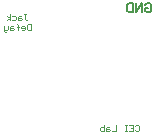
<source format=gbo>
G04*
G04 #@! TF.GenerationSoftware,Altium Limited,Altium Designer,20.1.14 (287)*
G04*
G04 Layer_Color=32896*
%FSLAX24Y24*%
%MOIN*%
G70*
G04*
G04 #@! TF.SameCoordinates,B6722B68-9EB0-4988-A5EE-1314B268560D*
G04*
G04*
G04 #@! TF.FilePolarity,Positive*
G04*
G01*
G75*
%ADD11C,0.0050*%
%ADD12C,0.0040*%
D11*
X2300Y2250D02*
X2350Y2300D01*
X2450D01*
X2500Y2250D01*
Y2050D01*
X2450Y2000D01*
X2350D01*
X2300Y2050D01*
Y2150D01*
X2400D01*
X2200Y2000D02*
Y2300D01*
X2000Y2000D01*
Y2300D01*
X1900D02*
Y2000D01*
X1750D01*
X1700Y2050D01*
Y2250D01*
X1750Y2300D01*
X1900D01*
D12*
X1966Y-1793D02*
X2000Y-1760D01*
X2066D01*
X2100Y-1793D01*
Y-1927D01*
X2066Y-1960D01*
X2000D01*
X1966Y-1927D01*
X1767Y-1760D02*
X1900D01*
Y-1960D01*
X1767D01*
X1900Y-1860D02*
X1833D01*
X1700Y-1760D02*
X1633D01*
X1667D01*
Y-1960D01*
X1700D01*
X1633D01*
X1333Y-1760D02*
Y-1960D01*
X1200D01*
X1100Y-1827D02*
X1033D01*
X1000Y-1860D01*
Y-1960D01*
X1100D01*
X1133Y-1927D01*
X1100Y-1893D01*
X1000D01*
X934Y-1760D02*
Y-1960D01*
X834D01*
X800Y-1927D01*
Y-1893D01*
Y-1860D01*
X834Y-1827D01*
X934D01*
X-1733Y1943D02*
X-1667D01*
X-1700D01*
Y1776D01*
X-1667Y1743D01*
X-1633D01*
X-1600Y1776D01*
X-1833Y1876D02*
X-1900D01*
X-1933Y1843D01*
Y1743D01*
X-1833D01*
X-1800Y1776D01*
X-1833Y1809D01*
X-1933D01*
X-2133Y1876D02*
X-2033D01*
X-2000Y1843D01*
Y1776D01*
X-2033Y1743D01*
X-2133D01*
X-2200D02*
Y1943D01*
Y1809D02*
X-2300Y1876D01*
X-2200Y1809D02*
X-2300Y1743D01*
X-1500Y1607D02*
Y1407D01*
X-1600D01*
X-1633Y1440D01*
Y1573D01*
X-1600Y1607D01*
X-1500D01*
X-1800Y1407D02*
X-1733D01*
X-1700Y1440D01*
Y1507D01*
X-1733Y1540D01*
X-1800D01*
X-1833Y1507D01*
Y1473D01*
X-1700D01*
X-1933Y1407D02*
Y1573D01*
Y1507D01*
X-1900D01*
X-1967D01*
X-1933D01*
Y1573D01*
X-1967Y1607D01*
X-2100Y1540D02*
X-2167D01*
X-2200Y1507D01*
Y1407D01*
X-2100D01*
X-2067Y1440D01*
X-2100Y1473D01*
X-2200D01*
X-2267Y1540D02*
Y1440D01*
X-2300Y1407D01*
X-2400D01*
Y1373D01*
X-2367Y1340D01*
X-2333D01*
X-2400Y1407D02*
Y1540D01*
M02*

</source>
